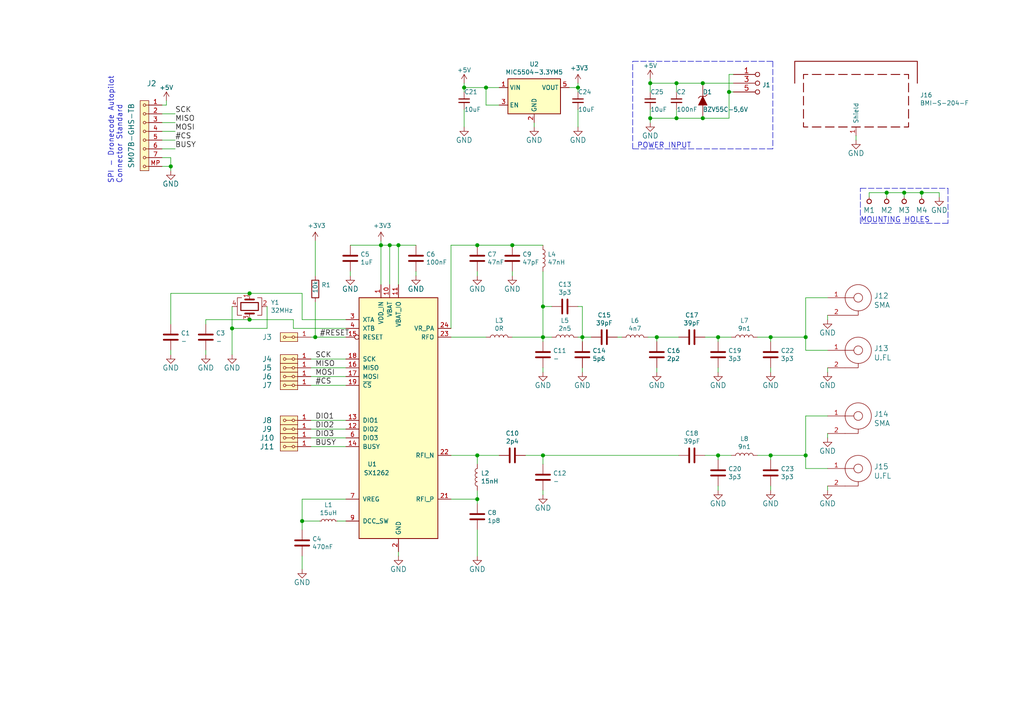
<source format=kicad_sch>
(kicad_sch (version 20211123) (generator eeschema)
  (paper "A4")
  (title_block (title "ISM02A") (date "2023-02-03") (company "MLAB www.mlab.cz") (comment 2 "ISM RF module with LoRa network capability") (comment 3 "info@mlab.cz") (comment 4 "GPL 3.0") (comment 6 "jacho,cernohorsky"))
  (lib_symbols
    (symbol "ISM02A-rescue:C-Device-ISM02A-rescue" (pin_numbers hide) (pin_names (offset 0.254))
      (property "Reference" "C" (at 0.635 2.54 0))
      (property "Value" "C-Device-ISM02A-rescue" (at 0.635 -2.54 0))
      (symbol "C-Device-ISM02A-rescue_1_1"
        (pin passive line (at 0 3.81 270) (length 2.794) (name "~") (number "1"))
        (pin passive line (at 0 -3.81 90) (length 2.794) (name "~") (number "2"))
      )
    )
    (symbol "ISM02A-rescue:C_Small-Device-ISM02A-rescue" (pin_numbers hide) (pin_names (offset 0.254) hide)
      (property "Reference" "C" (at 0.254 1.778 0))
      (property "Value" "C_Small-Device-ISM02A-rescue" (at 0.254 -2.032 0))
      (symbol "C_Small-Device-ISM02A-rescue_1_1"
        (pin passive line (at 0 2.54 270) (length 2.032) (name "~") (number "1"))
        (pin passive line (at 0 -2.54 90) (length 2.032) (name "~") (number "2"))
      )
    )
    (symbol "ISM02A-rescue:Crystal_GND24-Device-ISM02A-rescue" (pin_names (offset 1.016) hide)
      (property "Reference" "Y" (at 3.175 5.08 0))
      (property "Value" "Crystal_GND24-Device-ISM02A-rescue" (at 3.175 3.175 0))
      (symbol "Crystal_GND24-Device-ISM02A-rescue_1_1"
        (pin passive line (at -3.81 0 0) (length 1.27) (name "1") (number "1"))
        (pin passive line (at 0 5.08 270) (length 1.27) (name "2") (number "2"))
        (pin passive line (at 3.81 0 180) (length 1.27) (name "3") (number "3"))
        (pin passive line (at 0 -5.08 90) (length 1.27) (name "4") (number "4"))
      )
    )
    (symbol "ISM02A-rescue:D_ZENER-MLAB_D" (pin_numbers hide) (pin_names (offset 1.016) hide)
      (property "Reference" "D" (at 0 2.54 0))
      (property "Value" "D_ZENER-MLAB_D" (at 0 -2.54 0))
      (symbol "D_ZENER-MLAB_D_1_1"
        (pin passive line (at -5.08 0 0) (length 3.81) (name "K") (number "1"))
        (pin passive line (at 5.08 0 180) (length 3.81) (name "A") (number "2"))
      )
    )
    (symbol "ISM02A-rescue:HEADER_2x01_PARALLEL-MLAB_HEADER" (pin_names (offset 1.016))
      (property "Reference" "J" (at 0 -2.54 0))
      (property "Value" "HEADER_2x01_PARALLEL-MLAB_HEADER" (at 0 2.54 0))
      (symbol "HEADER_2x01_PARALLEL-MLAB_HEADER_1_1"
        (pin input line (at -6.35 0 0) (length 3.81) (name "~") (number "1"))
        (pin input line (at -6.35 0 0) (length 3.81) hide (name "~") (number "2"))
      )
    )
    (symbol "ISM02A-rescue:HOLE-MLAB_MECHANICAL" (pin_numbers hide) (pin_names (offset 1.016) hide)
      (property "Reference" "M" (at 0 2.54 0))
      (property "Value" "HOLE-MLAB_MECHANICAL" (at 0 -2.54 0))
      (symbol "HOLE-MLAB_MECHANICAL_1_1"
        (pin input line (at 1.27 0 180) (length 0.635) (name "~") (number "1"))
      )
    )
    (symbol "ISM02A-rescue:JUMP_3X2-MLAB_Jumpers" (pin_names (offset 1.016) hide)
      (property "Reference" "J" (at -8.89 5.08 0))
      (symbol "JUMP_3X2-MLAB_Jumpers_1_1"
        (pin passive inverted (at -10.16 3.81 0) (length 7.62) (name "2") (number "1"))
        (pin passive inverted (at -10.16 3.81 0) (length 7.62) hide (name "2") (number "2"))
        (pin passive inverted (at -10.16 1.27 0) (length 7.62) (name "4") (number "3"))
        (pin passive inverted (at -10.16 1.27 0) (length 7.62) hide (name "4") (number "4"))
        (pin passive inverted (at -10.16 -1.27 0) (length 7.62) (name "6") (number "5"))
        (pin passive inverted (at -10.16 -1.27 0) (length 7.62) hide (name "6") (number "6"))
      )
    )
    (symbol "ISM02A-rescue:L-Device-ISM02A-rescue" (pin_numbers hide) (pin_names (offset 1.016) hide)
      (property "Reference" "L" (at -1.27 0 90))
      (property "Value" "L-Device-ISM02A-rescue" (at 1.905 0 90))
      (symbol "L-Device-ISM02A-rescue_1_1"
        (pin passive line (at 0 3.81 270) (length 1.27) (name "1") (number "1"))
        (pin passive line (at 0 -3.81 90) (length 1.27) (name "2") (number "2"))
      )
    )
    (symbol "ISM02A-rescue:L_Small-Device-ISM02A-rescue" (pin_numbers hide) (pin_names (offset 0.254) hide)
      (property "Reference" "L" (at 0.762 1.016 0))
      (property "Value" "L_Small-Device-ISM02A-rescue" (at 0.762 -1.016 0))
      (symbol "L_Small-Device-ISM02A-rescue_1_1"
        (pin passive line (at 0 2.54 270) (length 0.508) (name "~") (number "1"))
        (pin passive line (at 0 -2.54 90) (length 0.508) (name "~") (number "2"))
      )
    )
    (symbol "ISM02A-rescue:MIC5504-3.3YM5-Regulator_Linear-ISM02A-rescue"
      (property "Reference" "U" (at -7.62 8.89 0))
      (property "Value" "MIC5504-3.3YM5-Regulator_Linear-ISM02A-rescue" (at -7.62 6.35 0))
      (symbol "MIC5504-3.3YM5-Regulator_Linear-ISM02A-rescue_1_1"
        (pin power_in line (at -10.16 2.54 0) (length 2.54) (name "VIN") (number "1"))
        (pin power_in line (at 0 -7.62 90) (length 2.54) (name "GND") (number "2"))
        (pin input line (at -10.16 -2.54 0) (length 2.54) (name "EN") (number "3"))
        (pin no_connect line (at 7.62 -2.54 180) (length 2.54) hide (name "NC") (number "4"))
        (pin power_out line (at 10.16 2.54 180) (length 2.54) (name "VOUT") (number "5"))
      )
    )
    (symbol "ISM02A-rescue:R-Device-ISM02A-rescue" (pin_numbers hide) (pin_names (offset 0))
      (property "Reference" "R" (at 2.032 0 90))
      (property "Value" "R-Device-ISM02A-rescue" (at 0 0 90))
      (symbol "R-Device-ISM02A-rescue_1_1"
        (pin passive line (at 0 3.81 270) (length 1.27) (name "~") (number "1"))
        (pin passive line (at 0 -3.81 90) (length 1.27) (name "~") (number "2"))
      )
    )
    (symbol "ISM02A-rescue:RF_Shield_Two_Pieces-device" (pin_names (offset 1.016))
      (property "Reference" "J" (at 0 5.08 0))
      (property "Value" "RF_Shield_Two_Pieces-device" (at 0 2.54 0))
      (symbol "RF_Shield_Two_Pieces-device_1_1"
        (pin passive line (at 0 -10.16 90) (length 2.54) (name "Shield") (number "1"))
      )
    )
    (symbol "ISM02A-rescue:SM07B-GHS-TB-MLAB_CONNECTORS_JST-ISM02A-rescue" (pin_names (offset 1.016))
      (property "Reference" "J" (at 0 -11.43 0))
      (property "Value" "SM07B-GHS-TB-MLAB_CONNECTORS_JST-ISM02A-rescue" (at 0 11.43 0))
      (symbol "SM07B-GHS-TB-MLAB_CONNECTORS_JST-ISM02A-rescue_1_1"
        (pin input line (at -5.08 8.89 0) (length 3.81) (name "~") (number "1"))
        (pin input line (at -5.08 6.35 0) (length 3.81) (name "~") (number "2"))
        (pin input line (at -5.08 3.81 0) (length 3.81) (name "~") (number "3"))
        (pin input line (at -5.08 1.27 0) (length 3.81) (name "~") (number "4"))
        (pin input line (at -5.08 -1.27 0) (length 3.81) (name "~") (number "5"))
        (pin input line (at -5.08 -3.81 0) (length 3.81) (name "~") (number "6"))
        (pin input line (at -5.08 -6.35 0) (length 3.81) (name "~") (number "7"))
        (pin input line (at -5.08 -8.89 0) (length 3.81) (name "~") (number "MP"))
      )
    )
    (symbol "ISM02A-rescue:SMA-MLAB_CONNECTORS" (pin_names (offset 1.016))
      (property "Reference" "J" (at 0 5.08 0))
      (property "Value" "SMA-MLAB_CONNECTORS" (at 3.81 -5.08 0))
      (symbol "SMA-MLAB_CONNECTORS_1_1"
        (pin unspecified line (at -8.89 0 0) (length 5.08) (name "~") (number "1"))
        (pin unspecified line (at -8.89 -5.08 0) (length 5.08) (name "~") (number "2"))
      )
    )
    (symbol "ISM02A-rescue:SX1262-MLAB_IO-ISM02A-rescue" (pin_names (offset 1.016))
      (property "Reference" "U" (at -15.24 25.4 0))
      (property "Value" "SX1262-MLAB_IO-ISM02A-rescue" (at -15.24 22.86 0))
      (symbol "SX1262-MLAB_IO-ISM02A-rescue_1_1"
        (pin power_in line (at -5.08 25.4 270) (length 3.81) (name "VDD_IN") (number "1"))
        (pin power_in line (at -2.54 25.4 270) (length 3.81) (name "VBAT") (number "10"))
        (pin power_in line (at 0 25.4 270) (length 3.81) (name "VBAT_IO") (number "11"))
        (pin bidirectional line (at -15.24 -16.51 0) (length 3.81) (name "DIO2") (number "12"))
        (pin bidirectional line (at -15.24 -13.97 0) (length 3.81) (name "DIO1") (number "13"))
        (pin passive line (at -15.24 -21.59 0) (length 3.81) (name "BUSY") (number "14"))
        (pin input inverted (at -15.24 10.16 0) (length 3.81) (name "RESET") (number "15"))
        (pin output line (at -15.24 1.27 0) (length 3.81) (name "MISO") (number "16"))
        (pin input line (at -15.24 -1.27 0) (length 3.81) (name "MOSI") (number "17"))
        (pin input line (at -15.24 3.81 0) (length 3.81) (name "SCK") (number "18"))
        (pin input line (at -15.24 -3.81 0) (length 3.81) (name "~{CS}") (number "19"))
        (pin power_in line (at 0 -52.07 90) (length 3.81) (name "GND") (number "2"))
        (pin passive line (at 0 -52.07 90) (length 3.81) hide (name "GND") (number "20"))
        (pin input line (at 15.24 -36.83 180) (length 3.81) (name "RFI_P") (number "21"))
        (pin input line (at 15.24 -24.13 180) (length 3.81) (name "RFI_N") (number "22"))
        (pin output line (at 15.24 10.16 180) (length 3.81) (name "RFO") (number "23"))
        (pin unspecified line (at 15.24 12.7 180) (length 3.81) (name "VR_PA") (number "24"))
        (pin power_in line (at 0 -52.07 90) (length 3.81) hide (name "GND") (number "25"))
        (pin bidirectional line (at -15.24 15.24 0) (length 3.81) (name "XTA") (number "3"))
        (pin bidirectional line (at -15.24 12.7 0) (length 3.81) (name "XTB") (number "4"))
        (pin passive line (at 0 -52.07 90) (length 3.81) hide (name "GND") (number "5"))
        (pin bidirectional line (at -15.24 -19.05 0) (length 3.81) (name "DIO3") (number "6"))
        (pin passive line (at -15.24 -36.83 0) (length 3.81) (name "VREG") (number "7"))
        (pin passive line (at 0 -52.07 90) (length 3.81) hide (name "GND") (number "8"))
        (pin passive line (at -15.24 -43.18 0) (length 3.81) (name "DCC_SW") (number "9"))
      )
    )
    (symbol "power:+3.3V" (power) (pin_names (offset 0))
      (property "Value" "+3.3V" (at 0 3.556 0))
      (symbol "+3.3V_1_1"
        (pin power_in line (at 0 0 90) (length 0) hide (name "+3V3") (number "1"))
      )
    )
    (symbol "power:+5V" (power) (pin_names (offset 0))
      (property "Value" "+5V" (at 0 3.556 0))
      (symbol "+5V_1_1"
        (pin power_in line (at 0 0 90) (length 0) hide (name "+5V") (number "1"))
      )
    )
    (symbol "power:GND" (power) (pin_names (offset 0))
      (property "Value" "GND" (at 0 -3.81 0))
      (symbol "GND_1_1"
        (pin power_in line (at 0 0 270) (length 0) hide (name "GND") (number "1"))
      )
    )
  )
  (junction (at 49.53 48.26) (diameter 1.016))
  (junction (at 138.43 71.12) (diameter 1.016))
  (junction (at 110.49 71.12) (diameter 1.016))
  (junction (at 203.835 34.29) (diameter 1.016))
  (junction (at 223.52 97.79) (diameter 1.016))
  (junction (at 188.595 34.29) (diameter 1.016))
  (junction (at 167.64 25.4) (diameter 1.016))
  (junction (at 148.59 71.12) (diameter 1.016))
  (junction (at 190.5 97.79) (diameter 1.016))
  (junction (at 67.31 95.25) (diameter 1.016))
  (junction (at 72.39 85.09) (diameter 1.016))
  (junction (at 115.57 71.12) (diameter 1.016))
  (junction (at 233.68 97.79) (diameter 1.016))
  (junction (at 134.62 25.4) (diameter 1.016))
  (junction (at 140.97 25.4) (diameter 1.016))
  (junction (at 196.215 34.29) (diameter 1.016))
  (junction (at 196.215 24.13) (diameter 1.016))
  (junction (at 233.68 132.08) (diameter 1.016))
  (junction (at 157.48 88.9) (diameter 1.016))
  (junction (at 223.52 132.08) (diameter 1.016))
  (junction (at 211.455 26.67) (diameter 1.016))
  (junction (at 72.39 92.71) (diameter 1.016))
  (junction (at 267.335 55.88) (diameter 1.016))
  (junction (at 113.03 71.12) (diameter 1.016))
  (junction (at 203.835 24.13) (diameter 1.016))
  (junction (at 208.28 132.08) (diameter 1.016))
  (junction (at 87.63 151.13) (diameter 1.016))
  (junction (at 257.175 55.88) (diameter 1.016))
  (junction (at 138.43 144.78) (diameter 1.016))
  (junction (at 157.48 97.79) (diameter 1.016))
  (junction (at 157.48 132.08) (diameter 1.016))
  (junction (at 188.595 24.13) (diameter 1.016))
  (junction (at 168.91 97.79) (diameter 1.016))
  (junction (at 138.43 132.08) (diameter 1.016))
  (junction (at 262.255 55.88) (diameter 1.016))
  (junction (at 208.28 97.79) (diameter 1.016))
  (junction (at 91.44 97.79) (diameter 1.016))
  (wire (pts (xy 157.48 88.9) (xy 160.02 88.9)))
  (wire (pts (xy 223.52 132.08) (xy 233.68 132.08)))
  (wire (pts (xy 203.835 24.13) (xy 212.725 24.13)))
  (wire (pts (xy 208.28 132.08) (xy 212.09 132.08)))
  (wire (pts (xy 233.68 97.79) (xy 233.68 101.6)))
  (wire (pts (xy 113.03 71.12) (xy 113.03 82.55)))
  (wire (pts (xy 167.64 26.67) (xy 167.64 25.4)))
  (wire (pts (xy 233.68 135.89) (xy 240.03 135.89)))
  (wire (pts (xy 110.49 71.12) (xy 113.03 71.12)))
  (polyline (pts (xy 249.555 54.61) (xy 274.955 54.61)) (stroke (width 0) (type dash)))
  (wire (pts (xy 46.99 48.26) (xy 49.53 48.26)))
  (wire (pts (xy 101.6 71.12) (xy 110.49 71.12)))
  (wire (pts (xy 87.63 92.71) (xy 87.63 85.09)))
  (wire (pts (xy 46.99 40.64) (xy 50.8 40.64)))
  (wire (pts (xy 257.175 55.88) (xy 252.095 55.88)))
  (wire (pts (xy 157.48 97.79) (xy 148.59 97.79)))
  (wire (pts (xy 223.52 132.08) (xy 223.52 133.35)))
  (wire (pts (xy 233.68 86.36) (xy 240.03 86.36)))
  (wire (pts (xy 157.48 97.79) (xy 160.02 97.79)))
  (wire (pts (xy 212.725 26.67) (xy 211.455 26.67)))
  (wire (pts (xy 90.17 106.68) (xy 100.33 106.68)))
  (wire (pts (xy 90.17 104.14) (xy 100.33 104.14)))
  (wire (pts (xy 208.28 97.79) (xy 212.09 97.79)))
  (wire (pts (xy 59.69 92.71) (xy 59.69 93.98)))
  (wire (pts (xy 196.215 34.29) (xy 203.835 34.29)))
  (wire (pts (xy 67.31 95.25) (xy 67.31 102.87)))
  (wire (pts (xy 262.255 55.88) (xy 257.175 55.88)))
  (wire (pts (xy 140.97 25.4) (xy 144.78 25.4)))
  (wire (pts (xy 157.48 132.08) (xy 157.48 134.62)))
  (wire (pts (xy 196.215 24.13) (xy 188.595 24.13)))
  (wire (pts (xy 262.255 57.15) (xy 262.255 55.88)))
  (wire (pts (xy 100.33 151.13) (xy 97.79 151.13)))
  (wire (pts (xy 208.28 99.06) (xy 208.28 97.79)))
  (wire (pts (xy 92.71 151.13) (xy 87.63 151.13)))
  (wire (pts (xy 87.63 144.78) (xy 87.63 151.13)))
  (wire (pts (xy 272.415 55.88) (xy 267.335 55.88)))
  (wire (pts (xy 204.47 132.08) (xy 208.28 132.08)))
  (wire (pts (xy 87.63 161.29) (xy 87.63 165.1)))
  (wire (pts (xy 138.43 78.74) (xy 138.43 80.01)))
  (wire (pts (xy 90.17 129.54) (xy 100.33 129.54)))
  (wire (pts (xy 49.53 48.26) (xy 49.53 49.53)))
  (wire (pts (xy 157.48 78.74) (xy 157.48 88.9)))
  (wire (pts (xy 46.99 45.72) (xy 49.53 45.72)))
  (wire (pts (xy 138.43 132.08) (xy 144.78 132.08)))
  (wire (pts (xy 90.17 97.79) (xy 91.44 97.79)))
  (wire (pts (xy 157.48 88.9) (xy 157.48 97.79)))
  (polyline (pts (xy 274.955 54.61) (xy 274.955 64.77)) (stroke (width 0) (type dash)))
  (wire (pts (xy 134.62 31.75) (xy 134.62 36.83)))
  (wire (pts (xy 203.835 34.29) (xy 211.455 34.29)))
  (wire (pts (xy 157.48 106.68) (xy 157.48 107.95)))
  (wire (pts (xy 67.31 88.9) (xy 67.31 95.25)))
  (wire (pts (xy 179.07 97.79) (xy 180.34 97.79)))
  (wire (pts (xy 130.81 144.78) (xy 138.43 144.78)))
  (wire (pts (xy 100.33 144.78) (xy 87.63 144.78)))
  (wire (pts (xy 240.03 140.97) (xy 240.03 142.24)))
  (wire (pts (xy 140.97 30.48) (xy 140.97 25.4)))
  (wire (pts (xy 154.94 35.56) (xy 154.94 36.83)))
  (wire (pts (xy 167.64 31.75) (xy 167.64 36.83)))
  (wire (pts (xy 157.48 132.08) (xy 196.85 132.08)))
  (wire (pts (xy 168.91 106.68) (xy 168.91 107.95)))
  (wire (pts (xy 77.47 95.25) (xy 67.31 95.25)))
  (wire (pts (xy 85.09 95.25) (xy 100.33 95.25)))
  (wire (pts (xy 203.835 24.13) (xy 196.215 24.13)))
  (wire (pts (xy 165.1 25.4) (xy 167.64 25.4)))
  (wire (pts (xy 252.095 55.88) (xy 252.095 57.15)))
  (wire (pts (xy 90.17 124.46) (xy 100.33 124.46)))
  (wire (pts (xy 240.03 125.73) (xy 240.03 127)))
  (wire (pts (xy 167.64 25.4) (xy 167.64 24.13)))
  (wire (pts (xy 219.71 97.79) (xy 223.52 97.79)))
  (wire (pts (xy 115.57 160.02) (xy 115.57 161.29)))
  (wire (pts (xy 46.99 35.56) (xy 50.8 35.56)))
  (polyline (pts (xy 224.155 17.78) (xy 224.155 43.18)) (stroke (width 0) (type dash)))
  (wire (pts (xy 138.43 144.78) (xy 138.43 142.24)))
  (wire (pts (xy 49.53 85.09) (xy 49.53 93.98)))
  (wire (pts (xy 46.99 43.18) (xy 50.8 43.18)))
  (wire (pts (xy 49.53 45.72) (xy 49.53 48.26)))
  (wire (pts (xy 148.59 78.74) (xy 148.59 80.01)))
  (wire (pts (xy 233.68 120.65) (xy 240.03 120.65)))
  (wire (pts (xy 211.455 26.67) (xy 211.455 34.29)))
  (wire (pts (xy 59.69 101.6) (xy 59.69 102.87)))
  (wire (pts (xy 233.68 101.6) (xy 240.03 101.6)))
  (wire (pts (xy 138.43 71.12) (xy 148.59 71.12)))
  (wire (pts (xy 188.595 24.13) (xy 188.595 26.67)))
  (polyline (pts (xy 249.555 64.77) (xy 249.555 54.61)) (stroke (width 0) (type dash)))
  (wire (pts (xy 134.62 25.4) (xy 134.62 26.67)))
  (wire (pts (xy 148.59 71.12) (xy 157.48 71.12)))
  (wire (pts (xy 138.43 134.62) (xy 138.43 132.08)))
  (wire (pts (xy 140.97 25.4) (xy 134.62 25.4)))
  (wire (pts (xy 115.57 71.12) (xy 115.57 82.55)))
  (wire (pts (xy 240.03 106.68) (xy 240.03 107.95)))
  (wire (pts (xy 72.39 85.09) (xy 87.63 85.09)))
  (wire (pts (xy 48.26 30.48) (xy 48.26 29.21)))
  (wire (pts (xy 168.91 97.79) (xy 168.91 99.06)))
  (wire (pts (xy 187.96 97.79) (xy 190.5 97.79)))
  (wire (pts (xy 208.28 106.68) (xy 208.28 107.95)))
  (wire (pts (xy 208.28 140.97) (xy 208.28 142.24)))
  (wire (pts (xy 190.5 106.68) (xy 190.5 107.95)))
  (wire (pts (xy 46.99 33.02) (xy 50.8 33.02)))
  (wire (pts (xy 46.99 38.1) (xy 50.8 38.1)))
  (wire (pts (xy 204.47 97.79) (xy 208.28 97.79)))
  (wire (pts (xy 157.48 142.24) (xy 157.48 143.51)))
  (wire (pts (xy 190.5 99.06) (xy 190.5 97.79)))
  (wire (pts (xy 138.43 153.67) (xy 138.43 161.29)))
  (wire (pts (xy 77.47 88.9) (xy 77.47 95.25)))
  (wire (pts (xy 110.49 69.85) (xy 110.49 71.12)))
  (wire (pts (xy 188.595 31.75) (xy 188.595 34.29)))
  (wire (pts (xy 248.285 39.37) (xy 248.285 40.64)))
  (wire (pts (xy 90.17 111.76) (xy 100.33 111.76)))
  (wire (pts (xy 91.44 87.63) (xy 91.44 97.79)))
  (wire (pts (xy 120.65 78.74) (xy 120.65 80.01)))
  (wire (pts (xy 130.81 132.08) (xy 138.43 132.08)))
  (wire (pts (xy 138.43 144.78) (xy 138.43 146.05)))
  (wire (pts (xy 91.44 97.79) (xy 100.33 97.79)))
  (wire (pts (xy 223.52 97.79) (xy 233.68 97.79)))
  (wire (pts (xy 223.52 106.68) (xy 223.52 107.95)))
  (polyline (pts (xy 183.515 17.78) (xy 224.155 17.78)) (stroke (width 0) (type dash)))
  (wire (pts (xy 130.81 95.25) (xy 130.81 71.12)))
  (wire (pts (xy 223.52 140.97) (xy 223.52 142.24)))
  (wire (pts (xy 152.4 132.08) (xy 157.48 132.08)))
  (wire (pts (xy 233.68 132.08) (xy 233.68 120.65)))
  (wire (pts (xy 233.68 97.79) (xy 233.68 86.36)))
  (wire (pts (xy 188.595 22.86) (xy 188.595 24.13)))
  (wire (pts (xy 115.57 71.12) (xy 120.65 71.12)))
  (wire (pts (xy 49.53 85.09) (xy 72.39 85.09)))
  (wire (pts (xy 272.415 57.15) (xy 272.415 55.88)))
  (wire (pts (xy 223.52 97.79) (xy 223.52 99.06)))
  (wire (pts (xy 113.03 71.12) (xy 115.57 71.12)))
  (wire (pts (xy 211.455 21.59) (xy 211.455 26.67)))
  (polyline (pts (xy 183.515 43.18) (xy 183.515 17.78)) (stroke (width 0) (type dash)))
  (wire (pts (xy 90.17 109.22) (xy 100.33 109.22)))
  (wire (pts (xy 188.595 34.29) (xy 188.595 35.56)))
  (wire (pts (xy 46.99 30.48) (xy 48.26 30.48)))
  (wire (pts (xy 100.33 92.71) (xy 87.63 92.71)))
  (wire (pts (xy 167.64 88.9) (xy 168.91 88.9)))
  (wire (pts (xy 59.69 92.71) (xy 72.39 92.71)))
  (wire (pts (xy 267.335 57.15) (xy 267.335 55.88)))
  (wire (pts (xy 190.5 97.79) (xy 196.85 97.79)))
  (wire (pts (xy 134.62 24.13) (xy 134.62 25.4)))
  (wire (pts (xy 85.09 92.71) (xy 85.09 95.25)))
  (wire (pts (xy 208.28 133.35) (xy 208.28 132.08)))
  (wire (pts (xy 49.53 101.6) (xy 49.53 102.87)))
  (wire (pts (xy 87.63 151.13) (xy 87.63 153.67)))
  (wire (pts (xy 196.215 34.29) (xy 188.595 34.29)))
  (wire (pts (xy 196.215 31.75) (xy 196.215 34.29)))
  (wire (pts (xy 90.17 127) (xy 100.33 127)))
  (wire (pts (xy 233.68 132.08) (xy 233.68 135.89)))
  (wire (pts (xy 168.91 88.9) (xy 168.91 97.79)))
  (wire (pts (xy 110.49 71.12) (xy 110.49 82.55)))
  (wire (pts (xy 168.91 97.79) (xy 171.45 97.79)))
  (wire (pts (xy 72.39 92.71) (xy 85.09 92.71)))
  (wire (pts (xy 144.78 30.48) (xy 140.97 30.48)))
  (polyline (pts (xy 274.955 64.77) (xy 249.555 64.77)) (stroke (width 0) (type dash)))
  (wire (pts (xy 90.17 121.92) (xy 100.33 121.92)))
  (wire (pts (xy 91.44 69.85) (xy 91.44 80.01)))
  (wire (pts (xy 267.335 55.88) (xy 262.255 55.88)))
  (wire (pts (xy 240.03 91.44) (xy 240.03 92.71)))
  (wire (pts (xy 130.81 97.79) (xy 140.97 97.79)))
  (wire (pts (xy 196.215 24.13) (xy 196.215 26.67)))
  (wire (pts (xy 257.175 57.15) (xy 257.175 55.88)))
  (wire (pts (xy 212.725 21.59) (xy 211.455 21.59)))
  (wire (pts (xy 130.81 71.12) (xy 138.43 71.12)))
  (wire (pts (xy 219.71 132.08) (xy 223.52 132.08)))
  (wire (pts (xy 157.48 97.79) (xy 157.48 99.06)))
  (wire (pts (xy 101.6 78.74) (xy 101.6 80.01)))
  (wire (pts (xy 167.64 97.79) (xy 168.91 97.79)))
  (polyline (pts (xy 224.155 43.18) (xy 183.515 43.18)) (stroke (width 0) (type dash)))
  (text "MOUNTING HOLES" (at 249.555 64.77 0) (effects (font (size 1.524 1.524)) (justify left bottom)))
  (text "SPI - Dronecode Autopilot\nConnector Standard" (at 35.56 53.34 90) (effects (font (size 1.524 1.524)) (justify left bottom)))
  (text "POWER INPUT" (at 184.785 43.18 0) (effects (font (size 1.524 1.524)) (justify left bottom)))
  (label "DIO1" (at 91.44 121.92 0) (effects (font (size 1.524 1.524))))
  (label "MOSI" (at 91.44 109.22 0) (effects (font (size 1.524 1.524))))
  (label "#RESET" (at 92.71 97.79 0) (effects (font (size 1.524 1.524))))
  (label "BUSY" (at 50.8 43.18 0) (effects (font (size 1.524 1.524))))
  (label "SCK" (at 50.8 33.02 0) (effects (font (size 1.524 1.524))))
  (label "#CS" (at 50.8 40.64 0) (effects (font (size 1.524 1.524))))
  (label "#CS" (at 91.44 111.76 0) (effects (font (size 1.524 1.524))))
  (label "MISO" (at 50.8 35.56 0) (effects (font (size 1.524 1.524))))
  (label "MISO" (at 91.44 106.68 0) (effects (font (size 1.524 1.524))))
  (label "SCK" (at 91.44 104.14 0) (effects (font (size 1.524 1.524))))
  (label "DIO3" (at 91.44 127 0) (effects (font (size 1.524 1.524))))
  (label "DIO2" (at 91.44 124.46 0) (effects (font (size 1.524 1.524))))
  (label "BUSY" (at 91.44 129.54 0) (effects (font (size 1.524 1.524))))
  (label "MOSI" (at 50.8 38.1 0) (effects (font (size 1.524 1.524))))
  (symbol (lib_id "power:GND") (at 188.595 35.56 0) (unit 1)
    (property "Reference" "#PWR02" (effects hide))
    (property "Value" "GND" (at 188.595 39.37 0) (effects (font (size 1.524 1.524))))
  )
  (symbol (lib_id "ISM02A-rescue:HOLE-MLAB_MECHANICAL") (at 252.095 58.42 90) (unit 1)
    (property "Reference" "M1" (at 252.095 60.96 90) (effects (font (size 1.524 1.524))))
    (property "Value" "HOLE" (effects hide))
    (property "Footprint" "Mlab_Mechanical:MountingHole_3mm" (effects hide))
  )
  (symbol (lib_id "ISM02A-rescue:HOLE-MLAB_MECHANICAL") (at 257.175 58.42 90) (unit 1)
    (property "Reference" "M2" (at 257.175 60.96 90) (effects (font (size 1.524 1.524))))
    (property "Value" "HOLE" (effects hide))
    (property "Footprint" "Mlab_Mechanical:MountingHole_3mm" (effects hide))
  )
  (symbol (lib_id "ISM02A-rescue:HOLE-MLAB_MECHANICAL") (at 262.255 58.42 90) (unit 1)
    (property "Reference" "M3" (at 262.255 60.96 90) (effects (font (size 1.524 1.524))))
    (property "Value" "HOLE" (effects hide))
    (property "Footprint" "Mlab_Mechanical:MountingHole_3mm" (effects hide))
  )
  (symbol (lib_id "ISM02A-rescue:HOLE-MLAB_MECHANICAL") (at 267.335 58.42 90) (unit 1)
    (property "Reference" "M4" (at 267.335 60.96 90) (effects (font (size 1.524 1.524))))
    (property "Value" "HOLE" (effects hide))
    (property "Footprint" "Mlab_Mechanical:MountingHole_3mm" (effects hide))
  )
  (symbol (lib_id "power:GND") (at 272.415 57.15 0) (unit 1)
    (property "Reference" "#PWR03" (effects hide))
    (property "Value" "GND" (at 272.415 60.96 0) (effects (font (size 1.524 1.524))))
  )
  (symbol (lib_id "ISM02A-rescue:C_Small-Device-ISM02A-rescue") (at 196.215 29.21 0) (unit 1)
    (property "Reference" "C2" (at 196.215 26.67 0) (effects (justify left)))
    (property "Value" "100nF" (at 196.215 31.75 0) (effects (justify left)))
    (property "Footprint" "Capacitor_SMD:C_0603_1608Metric_Pad1.05x0.95mm_HandSolder" (effects hide))
    (property "UST_id" "C0805_100n" (effects hide))
    (property "UST_ID" "5c70984812875079b91f8bf2" (effects hide))
  )
  (symbol (lib_id "ISM02A-rescue:JUMP_3X2-MLAB_Jumpers") (at 222.885 25.4 0) (unit 1)
    (property "Reference" "J1" (at 221.0816 24.638 0) (effects (justify left)))
    (property "Value" "JUMP_3X2" (effects hide))
    (property "Footprint" "Mlab_Pin_Headers:Straight_2x03" (effects hide))
  )
  (symbol (lib_id "ISM02A-rescue:D_ZENER-MLAB_D") (at 203.835 29.21 270) (unit 1)
    (property "Reference" "D1" (at 203.835 26.67 90) (effects (justify left)))
    (property "Value" "BZV55C-5,6V" (at 203.835 31.75 90) (effects (justify left)))
    (property "Footprint" "Mlab_D:Diode-MiniMELF_Standard" (effects hide))
    (property "UST_ID" "5c70984512875079b91f88b2" (effects hide))
  )
  (symbol (lib_id "ISM02A-rescue:SX1262-MLAB_IO-ISM02A-rescue") (at 115.57 107.95 0) (unit 1)
    (property "Reference" "U1" (at 107.95 134.62 0))
    (property "Value" "SX1262" (at 109.22 137.16 0))
    (property "Footprint" "Package_DFN_QFN:QFN-24-1EP_4x4mm_P0.5mm_EP2.6x2.6mm_ThermalVias" (effects hide))
    (property "UST_ID" "5dad5866128750448eca19a4" (effects hide))
  )
  (symbol (lib_id "ISM02A-rescue:SMA-MLAB_CONNECTORS") (at 248.92 86.36 0) (unit 1)
    (property "Reference" "J12" (at 253.4412 85.8012 0) (effects (font (size 1.524 1.524)) (justify left)))
    (property "Value" "SMA" (at 253.4412 88.4936 0) (effects (font (size 1.524 1.524)) (justify left)))
    (property "Footprint" "Mlab_CON:SMA6251A13G50" (effects hide))
    (property "UST_ID" "5c70984412875079b91f87ac" (effects hide))
  )
  (symbol (lib_id "power:+5V") (at 188.595 22.86 0) (unit 1)
    (property "Reference" "#PWR0101" (effects hide))
    (property "Value" "+5V" (at 188.595 19.05 0))
  )
  (symbol (lib_id "ISM02A-rescue:C_Small-Device-ISM02A-rescue") (at 188.595 29.21 0) (unit 1)
    (property "Reference" "C25" (at 188.595 26.67 0) (effects (justify left)))
    (property "Value" "10uF" (at 188.595 31.75 0) (effects (justify left)))
    (property "Footprint" "Mlab_R:SMD-0805" (effects hide))
    (property "UST_ID" "5c70984812875079b91f8bbe" (effects hide))
  )
  (symbol (lib_id "ISM02A-rescue:MIC5504-3.3YM5-Regulator_Linear-ISM02A-rescue") (at 154.94 27.94 0) (unit 1)
    (property "Reference" "U2" (at 154.94 18.6182 0))
    (property "Value" "MIC5504-3.3YM5" (at 154.94 20.9296 0))
    (property "Footprint" "Package_TO_SOT_SMD:SOT-23-5" (effects hide))
    (property "Datasheet" "http://ww1.microchip.com/downloads/en/DeviceDoc/MIC550X.pdf" (effects hide))
    (property "UST_ID" "5c7255e81287500b4e112ea2" (effects hide))
  )
  (symbol (lib_id "power:+5V") (at 134.62 24.13 0) (unit 1)
    (property "Reference" "#PWR0102" (effects hide))
    (property "Value" "+5V" (at 134.62 20.32 0))
  )
  (symbol (lib_id "ISM02A-rescue:C_Small-Device-ISM02A-rescue") (at 167.64 29.21 0) (unit 1)
    (property "Reference" "C24" (at 167.64 26.67 0) (effects (justify left)))
    (property "Value" "10uF" (at 167.64 31.75 0) (effects (justify left)))
    (property "Footprint" "Mlab_R:SMD-0805" (effects hide))
    (property "UST_ID" "5c70984812875079b91f8bbe" (effects hide))
  )
  (symbol (lib_id "power:GND") (at 154.94 36.83 0) (unit 1)
    (property "Reference" "#PWR0103" (effects hide))
    (property "Value" "GND" (at 154.94 40.64 0) (effects (font (size 1.524 1.524))))
  )
  (symbol (lib_id "power:GND") (at 167.64 36.83 0) (unit 1)
    (property "Reference" "#PWR0104" (effects hide))
    (property "Value" "GND" (at 167.64 40.64 0) (effects (font (size 1.524 1.524))))
  )
  (symbol (lib_id "ISM02A-rescue:R-Device-ISM02A-rescue") (at 91.44 83.82 0) (unit 1)
    (property "Reference" "R1" (at 93.218 82.6516 0) (effects (justify left)))
    (property "Value" "10k" (at 91.44 85.09 90) (effects (justify left)))
    (property "Footprint" "Mlab_R:SMD-0805" (effects hide))
    (property "UST_ID" "5c70984612875079b91f899f" (effects hide))
  )
  (symbol (lib_id "power:+3.3V") (at 167.64 24.13 0) (unit 1)
    (property "Reference" "#PWR0105" (effects hide))
    (property "Value" "+3.3V" (at 168.021 19.7358 0))
  )
  (symbol (lib_id "ISM02A-rescue:C-Device-ISM02A-rescue") (at 101.6 74.93 0) (unit 1)
    (property "Reference" "C5" (at 104.521 73.7616 0) (effects (justify left)))
    (property "Value" "1uF" (at 104.521 76.073 0) (effects (justify left)))
    (property "Footprint" "Capacitor_SMD:C_0603_1608Metric_Pad1.05x0.95mm_HandSolder" (effects hide))
    (property "UST_ID" "5c70984812875079b91f8bc2" (effects hide))
  )
  (symbol (lib_id "power:GND") (at 101.6 80.01 0) (unit 1)
    (property "Reference" "#PWR0106" (effects hide))
    (property "Value" "GND" (at 101.6 83.82 0) (effects (font (size 1.524 1.524))))
  )
  (symbol (lib_id "power:+3.3V") (at 110.49 69.85 0) (unit 1)
    (property "Reference" "#PWR0107" (effects hide))
    (property "Value" "+3.3V" (at 110.871 65.4558 0))
  )
  (symbol (lib_id "power:+3.3V") (at 91.44 69.85 0) (unit 1)
    (property "Reference" "#PWR0113" (effects hide))
    (property "Value" "+3.3V" (at 91.821 65.4558 0))
  )
  (symbol (lib_id "ISM02A-rescue:C-Device-ISM02A-rescue") (at 59.69 97.79 0) (unit 1)
    (property "Reference" "C3" (at 62.611 96.6216 0) (effects (justify left)))
    (property "Value" "-" (at 62.611 98.933 0) (effects (justify left)))
    (property "Footprint" "Capacitor_SMD:C_0603_1608Metric_Pad1.05x0.95mm_HandSolder" (effects hide))
  )
  (symbol (lib_id "ISM02A-rescue:C-Device-ISM02A-rescue") (at 49.53 97.79 0) (unit 1)
    (property "Reference" "C1" (at 52.451 96.6216 0) (effects (justify left)))
    (property "Value" "-" (at 52.451 98.933 0) (effects (justify left)))
    (property "Footprint" "Capacitor_SMD:C_0603_1608Metric_Pad1.05x0.95mm_HandSolder" (effects hide))
  )
  (symbol (lib_id "power:GND") (at 49.53 102.87 0) (unit 1)
    (property "Reference" "#PWR0108" (effects hide))
    (property "Value" "GND" (at 49.53 106.68 0) (effects (font (size 1.524 1.524))))
  )
  (symbol (lib_id "power:GND") (at 59.69 102.87 0) (unit 1)
    (property "Reference" "#PWR0109" (effects hide))
    (property "Value" "GND" (at 59.69 106.68 0) (effects (font (size 1.524 1.524))))
  )
  (symbol (lib_id "ISM02A-rescue:HEADER_2x01_PARALLEL-MLAB_HEADER") (at 83.82 97.79 180) (unit 1)
    (property "Reference" "J3" (at 77.47 97.79 0) (effects (font (size 1.524 1.524))))
    (property "Value" "HEADER_2x01_PARALLEL" (effects hide))
    (property "Footprint" "Mlab_Pin_Headers:Straight_2x01" (effects hide))
  )
  (symbol (lib_id "ISM02A-rescue:C-Device-ISM02A-rescue") (at 138.43 74.93 0) (unit 1)
    (property "Reference" "C7" (at 141.351 73.7616 0) (effects (justify left)))
    (property "Value" "47nF" (at 141.351 76.073 0) (effects (justify left)))
    (property "Footprint" "Capacitor_SMD:C_0603_1608Metric_Pad1.05x0.95mm_HandSolder" (effects hide))
    (property "MFPN" "X7R 1% 16V" (effects hide))
    (property "UST_ID" "5dad51cf128750448eca18d8" (effects hide))
  )
  (symbol (lib_id "ISM02A-rescue:C-Device-ISM02A-rescue") (at 148.59 74.93 0) (unit 1)
    (property "Reference" "C9" (at 151.511 73.7616 0) (effects (justify left)))
    (property "Value" "47pF" (at 151.511 76.073 0) (effects (justify left)))
    (property "Footprint" "Capacitor_SMD:C_0603_1608Metric_Pad1.05x0.95mm_HandSolder" (effects hide))
    (property "MFPN" "C0G 5% 50V" (effects hide))
    (property "UST_ID" "5dad5314128750448eca18f7" (effects hide))
  )
  (symbol (lib_id "ISM02A-rescue:L-Device-ISM02A-rescue") (at 157.48 74.93 0) (unit 1)
    (property "Reference" "L4" (at 158.8262 73.7616 0) (effects (justify left)))
    (property "Value" "47nH" (at 158.8262 76.073 0) (effects (justify left)))
    (property "Footprint" "Inductor_SMD:L_0402_1005Metric" (effects hide))
    (property "MFPN" "LQW15AN47NJ00D" (effects hide))
    (property "UST_ID" "5dad56ba128750448eca1968" (effects hide))
  )
  (symbol (lib_id "ISM02A-rescue:L-Device-ISM02A-rescue") (at 144.78 97.79 90) (unit 1)
    (property "Reference" "L3" (at 144.78 92.964 90))
    (property "Value" "0R" (at 144.78 95.2754 90))
    (property "Footprint" "Inductor_SMD:L_0402_1005Metric" (effects hide))
    (property "UST_ID" "5c70984512875079b91f8949" (effects hide))
  )
  (symbol (lib_id "ISM02A-rescue:C-Device-ISM02A-rescue") (at 163.83 88.9 270) (unit 1)
    (property "Reference" "C13" (at 163.83 82.4992 90))
    (property "Value" "3p3" (at 163.83 84.8106 90))
    (property "Footprint" "Capacitor_SMD:C_0603_1608Metric_Pad1.05x0.95mm_HandSolder" (effects hide))
    (property "MFPN" "C0G 0,1pF 50V" (effects hide))
    (property "UST_ID" "5cd09016128750448e45434f" (effects hide))
  )
  (symbol (lib_id "ISM02A-rescue:L-Device-ISM02A-rescue") (at 163.83 97.79 90) (unit 1)
    (property "Reference" "L5" (at 163.83 92.964 90))
    (property "Value" "2n5" (at 163.83 95.2754 90))
    (property "Footprint" "Inductor_SMD:L_0402_1005Metric" (effects hide))
    (property "MFPN" "LQW15AN2N5C00D" (effects hide))
    (property "UST_ID" "5dad56ff128750448eca1975" (effects hide))
  )
  (symbol (lib_id "ISM02A-rescue:C-Device-ISM02A-rescue") (at 157.48 102.87 0) (unit 1)
    (property "Reference" "C11" (at 160.401 101.7016 0) (effects (justify left)))
    (property "Value" "-" (at 160.401 104.013 0) (effects (justify left)))
    (property "Footprint" "Capacitor_SMD:C_0603_1608Metric_Pad1.05x0.95mm_HandSolder" (effects hide))
  )
  (symbol (lib_id "ISM02A-rescue:C-Device-ISM02A-rescue") (at 168.91 102.87 0) (unit 1)
    (property "Reference" "C14" (at 171.831 101.7016 0) (effects (justify left)))
    (property "Value" "5p6" (at 171.831 104.013 0) (effects (justify left)))
    (property "Footprint" "Capacitor_SMD:C_0603_1608Metric_Pad1.05x0.95mm_HandSolder" (effects hide))
    (property "MFPN" "C0G 0,25pF 50V" (effects hide))
    (property "UST_ID" "5dad5450128750448eca1919" (effects hide))
  )
  (symbol (lib_id "ISM02A-rescue:C-Device-ISM02A-rescue") (at 175.26 97.79 270) (unit 1)
    (property "Reference" "C15" (at 175.26 91.3892 90))
    (property "Value" "39pF" (at 175.26 93.7006 90))
    (property "Footprint" "Capacitor_SMD:C_0603_1608Metric_Pad1.05x0.95mm_HandSolder" (effects hide))
    (property "MFPN" "C0G 5% 50V" (effects hide))
    (property "UST_ID" "5dad549f128750448eca1926" (effects hide))
  )
  (symbol (lib_id "ISM02A-rescue:L-Device-ISM02A-rescue") (at 184.15 97.79 90) (unit 1)
    (property "Reference" "L6" (at 184.15 92.964 90))
    (property "Value" "4n7" (at 184.15 95.2754 90))
    (property "Footprint" "Inductor_SMD:L_0402_1005Metric" (effects hide))
    (property "MFPN" "LQW15AN4N7C00D" (effects hide))
    (property "UST_ID" "5dad574f128750448eca1986" (effects hide))
  )
  (symbol (lib_id "ISM02A-rescue:C-Device-ISM02A-rescue") (at 190.5 102.87 0) (unit 1)
    (property "Reference" "C16" (at 193.421 101.7016 0) (effects (justify left)))
    (property "Value" "2p2" (at 193.421 104.013 0) (effects (justify left)))
    (property "Footprint" "Capacitor_SMD:C_0603_1608Metric_Pad1.05x0.95mm_HandSolder" (effects hide))
    (property "MFPN" "C0G 0,1pF 50V" (effects hide))
    (property "UST_ID" "5c70984812875079b91f8bdd" (effects hide))
  )
  (symbol (lib_id "power:GND") (at 138.43 80.01 0) (unit 1)
    (property "Reference" "#PWR0114" (effects hide))
    (property "Value" "GND" (at 138.43 83.82 0) (effects (font (size 1.524 1.524))))
  )
  (symbol (lib_id "power:GND") (at 148.59 80.01 0) (unit 1)
    (property "Reference" "#PWR0115" (effects hide))
    (property "Value" "GND" (at 148.59 83.82 0) (effects (font (size 1.524 1.524))))
  )
  (symbol (lib_id "ISM02A-rescue:C-Device-ISM02A-rescue") (at 120.65 74.93 0) (unit 1)
    (property "Reference" "C6" (at 123.571 73.7616 0) (effects (justify left)))
    (property "Value" "100nF" (at 123.571 76.073 0) (effects (justify left)))
    (property "Footprint" "Capacitor_SMD:C_0603_1608Metric_Pad1.05x0.95mm_HandSolder" (effects hide))
    (property "UST_ID" "5c70984812875079b91f8bf2" (effects hide))
  )
  (symbol (lib_id "power:GND") (at 120.65 80.01 0) (unit 1)
    (property "Reference" "#PWR0110" (effects hide))
    (property "Value" "GND" (at 120.65 83.82 0) (effects (font (size 1.524 1.524))))
  )
  (symbol (lib_id "ISM02A-rescue:L_Small-Device-ISM02A-rescue") (at 95.25 151.13 90) (unit 1)
    (property "Reference" "L1" (at 95.25 146.431 90))
    (property "Value" "15uH" (at 95.25 148.7424 90))
    (property "Footprint" "Mlab_R:SMD-0805" (effects hide))
    (property "MFPN" "MLZ2012M150W 0805" (effects hide))
    (property "UST_ID" "5dad55e8128750448eca1941" (effects hide))
  )
  (symbol (lib_id "ISM02A-rescue:C-Device-ISM02A-rescue") (at 87.63 157.48 0) (unit 1)
    (property "Reference" "C4" (at 90.551 156.3116 0) (effects (justify left)))
    (property "Value" "470nF" (at 90.551 158.623 0) (effects (justify left)))
    (property "Footprint" "Capacitor_SMD:C_0603_1608Metric_Pad1.05x0.95mm_HandSolder" (effects hide))
    (property "MFPN" "X5R 10% 10V" (effects hide))
    (property "UST_ID" "5dad50c1128750448eca18c6" (effects hide))
  )
  (symbol (lib_id "power:GND") (at 87.63 165.1 0) (unit 1)
    (property "Reference" "#PWR0111" (effects hide))
    (property "Value" "GND" (at 87.63 168.91 0) (effects (font (size 1.524 1.524))))
  )
  (symbol (lib_id "power:GND") (at 115.57 161.29 0) (unit 1)
    (property "Reference" "#PWR0112" (effects hide))
    (property "Value" "GND" (at 115.57 165.1 0) (effects (font (size 1.524 1.524))))
  )
  (symbol (lib_id "ISM02A-rescue:C_Small-Device-ISM02A-rescue") (at 134.62 29.21 0) (unit 1)
    (property "Reference" "C21" (at 134.62 26.67 0) (effects (justify left)))
    (property "Value" "10uF" (at 134.62 31.75 0) (effects (justify left)))
    (property "Footprint" "Mlab_R:SMD-0805" (effects hide))
    (property "UST_ID" "5c70984812875079b91f8bbe" (effects hide))
  )
  (symbol (lib_id "power:GND") (at 134.62 36.83 0) (unit 1)
    (property "Reference" "#PWR0123" (effects hide))
    (property "Value" "GND" (at 134.62 40.64 0) (effects (font (size 1.524 1.524))))
  )
  (symbol (lib_id "power:GND") (at 157.48 107.95 0) (unit 1)
    (property "Reference" "#PWR0116" (effects hide))
    (property "Value" "GND" (at 157.48 111.76 0) (effects (font (size 1.524 1.524))))
  )
  (symbol (lib_id "power:GND") (at 168.91 107.95 0) (unit 1)
    (property "Reference" "#PWR0117" (effects hide))
    (property "Value" "GND" (at 168.91 111.76 0) (effects (font (size 1.524 1.524))))
  )
  (symbol (lib_id "power:GND") (at 190.5 107.95 0) (unit 1)
    (property "Reference" "#PWR0118" (effects hide))
    (property "Value" "GND" (at 190.5 111.76 0) (effects (font (size 1.524 1.524))))
  )
  (symbol (lib_id "ISM02A-rescue:L-Device-ISM02A-rescue") (at 138.43 138.43 180) (unit 1)
    (property "Reference" "L2" (at 139.4714 137.2616 0) (effects (justify right)))
    (property "Value" "15nH" (at 139.4714 139.573 0) (effects (justify right)))
    (property "Footprint" "Inductor_SMD:L_0402_1005Metric" (effects hide))
    (property "MFPN" "LQW15AN15NH00D" (effects hide))
    (property "UST_ID" "5dad566c128750448eca1959" (effects hide))
  )
  (symbol (lib_id "ISM02A-rescue:C-Device-ISM02A-rescue") (at 148.59 132.08 270) (unit 1)
    (property "Reference" "C10" (at 148.59 125.6792 90))
    (property "Value" "2p4" (at 148.59 127.9906 90))
    (property "Footprint" "Capacitor_SMD:C_0603_1608Metric_Pad1.05x0.95mm_HandSolder" (effects hide))
    (property "MFPN" "C0G 0,1pF 50V" (effects hide))
    (property "UST_ID" "5dad53d8128750448eca1906" (effects hide))
  )
  (symbol (lib_id "ISM02A-rescue:C-Device-ISM02A-rescue") (at 157.48 138.43 0) (unit 1)
    (property "Reference" "C12" (at 160.401 137.2616 0) (effects (justify left)))
    (property "Value" "-" (at 160.401 139.573 0) (effects (justify left)))
    (property "Footprint" "Capacitor_SMD:C_0603_1608Metric_Pad1.05x0.95mm_HandSolder" (effects hide))
  )
  (symbol (lib_id "ISM02A-rescue:C-Device-ISM02A-rescue") (at 138.43 149.86 0) (unit 1)
    (property "Reference" "C8" (at 141.351 148.6916 0) (effects (justify left)))
    (property "Value" "1p8" (at 141.351 151.003 0) (effects (justify left)))
    (property "Footprint" "Capacitor_SMD:C_0603_1608Metric_Pad1.05x0.95mm_HandSolder" (effects hide))
    (property "MFPN" "C0G 0,1pF 50V" (effects hide))
    (property "UST_ID" "5dad52a4128750448eca18e8" (effects hide))
  )
  (symbol (lib_id "power:GND") (at 138.43 161.29 0) (unit 1)
    (property "Reference" "#PWR0119" (effects hide))
    (property "Value" "GND" (at 138.43 165.1 0) (effects (font (size 1.524 1.524))))
  )
  (symbol (lib_id "power:GND") (at 157.48 143.51 0) (unit 1)
    (property "Reference" "#PWR0120" (effects hide))
    (property "Value" "GND" (at 157.48 147.32 0) (effects (font (size 1.524 1.524))))
  )
  (symbol (lib_id "ISM02A-rescue:C-Device-ISM02A-rescue") (at 200.66 97.79 270) (unit 1)
    (property "Reference" "C17" (at 200.66 91.3892 90))
    (property "Value" "39pF" (at 200.66 93.7006 90))
    (property "Footprint" "Capacitor_SMD:C_0603_1608Metric_Pad1.05x0.95mm_HandSolder" (effects hide))
    (property "MFPN" "C0G 5% 50V" (effects hide))
    (property "UST_ID" "5dad549f128750448eca1926" (effects hide))
  )
  (symbol (lib_id "ISM02A-rescue:C-Device-ISM02A-rescue") (at 208.28 102.87 180) (unit 1)
    (property "Reference" "C19" (at 211.201 101.7016 0) (effects (justify right)))
    (property "Value" "3p3" (at 211.201 104.013 0) (effects (justify right)))
    (property "Footprint" "Capacitor_SMD:C_0603_1608Metric_Pad1.05x0.95mm_HandSolder" (effects hide))
    (property "MFPN" "C0G 0,1pF 50V" (effects hide))
    (property "UST_ID" "5cd09016128750448e45434f" (effects hide))
  )
  (symbol (lib_id "ISM02A-rescue:L-Device-ISM02A-rescue") (at 215.9 97.79 90) (unit 1)
    (property "Reference" "L7" (at 215.9 92.964 90))
    (property "Value" "9n1" (at 215.9 95.2754 90))
    (property "Footprint" "Inductor_SMD:L_0402_1005Metric" (effects hide))
    (property "MFPN" "LQW15AN9N1H00D" (effects hide))
    (property "UST_ID" "5dad5789128750448eca1995" (effects hide))
  )
  (symbol (lib_id "ISM02A-rescue:C-Device-ISM02A-rescue") (at 223.52 102.87 180) (unit 1)
    (property "Reference" "C22" (at 226.441 101.7016 0) (effects (justify right)))
    (property "Value" "3p3" (at 226.441 104.013 0) (effects (justify right)))
    (property "Footprint" "Capacitor_SMD:C_0603_1608Metric_Pad1.05x0.95mm_HandSolder" (effects hide))
    (property "MFPN" "C0G 0,1pF 50V" (effects hide))
    (property "UST_ID" "5cd09016128750448e45434f" (effects hide))
  )
  (symbol (lib_id "ISM02A-rescue:HEADER_2x01_PARALLEL-MLAB_HEADER") (at 83.82 104.14 180) (unit 1)
    (property "Reference" "J4" (at 77.47 104.14 0) (effects (font (size 1.524 1.524))))
    (property "Value" "HEADER_2x01_PARALLEL" (effects hide))
    (property "Footprint" "Mlab_Pin_Headers:Straight_2x01" (effects hide))
  )
  (symbol (lib_id "ISM02A-rescue:HEADER_2x01_PARALLEL-MLAB_HEADER") (at 83.82 106.68 180) (unit 1)
    (property "Reference" "J5" (at 77.47 106.68 0) (effects (font (size 1.524 1.524))))
    (property "Value" "HEADER_2x01_PARALLEL" (effects hide))
    (property "Footprint" "Mlab_Pin_Headers:Straight_2x01" (effects hide))
  )
  (symbol (lib_id "ISM02A-rescue:HEADER_2x01_PARALLEL-MLAB_HEADER") (at 83.82 109.22 180) (unit 1)
    (property "Reference" "J6" (at 77.47 109.22 0) (effects (font (size 1.524 1.524))))
    (property "Value" "HEADER_2x01_PARALLEL" (effects hide))
    (property "Footprint" "Mlab_Pin_Headers:Straight_2x01" (effects hide))
  )
  (symbol (lib_id "ISM02A-rescue:HEADER_2x01_PARALLEL-MLAB_HEADER") (at 83.82 111.76 180) (unit 1)
    (property "Reference" "J7" (at 77.47 111.76 0) (effects (font (size 1.524 1.524))))
    (property "Value" "HEADER_2x01_PARALLEL" (effects hide))
    (property "Footprint" "Mlab_Pin_Headers:Straight_2x01" (effects hide))
  )
  (symbol (lib_id "ISM02A-rescue:HEADER_2x01_PARALLEL-MLAB_HEADER") (at 83.82 121.92 180) (unit 1)
    (property "Reference" "J8" (at 77.47 121.92 0) (effects (font (size 1.524 1.524))))
    (property "Value" "HEADER_2x01_PARALLEL" (effects hide))
    (property "Footprint" "Mlab_Pin_Headers:Straight_2x01" (effects hide))
  )
  (symbol (lib_id "ISM02A-rescue:HEADER_2x01_PARALLEL-MLAB_HEADER") (at 83.82 124.46 180) (unit 1)
    (property "Reference" "J9" (at 77.47 124.46 0) (effects (font (size 1.524 1.524))))
    (property "Value" "HEADER_2x01_PARALLEL" (effects hide))
    (property "Footprint" "Mlab_Pin_Headers:Straight_2x01" (effects hide))
  )
  (symbol (lib_id "ISM02A-rescue:HEADER_2x01_PARALLEL-MLAB_HEADER") (at 83.82 127 180) (unit 1)
    (property "Reference" "J10" (at 77.47 127 0) (effects (font (size 1.524 1.524))))
    (property "Value" "HEADER_2x01_PARALLEL" (effects hide))
    (property "Footprint" "Mlab_Pin_Headers:Straight_2x01" (effects hide))
  )
  (symbol (lib_id "ISM02A-rescue:HEADER_2x01_PARALLEL-MLAB_HEADER") (at 83.82 129.54 180) (unit 1)
    (property "Reference" "J11" (at 77.47 129.54 0) (effects (font (size 1.524 1.524))))
    (property "Value" "HEADER_2x01_PARALLEL" (effects hide))
    (property "Footprint" "Mlab_Pin_Headers:Straight_2x01" (effects hide))
  )
  (symbol (lib_id "power:GND") (at 208.28 107.95 0) (unit 1)
    (property "Reference" "#PWR0124" (effects hide))
    (property "Value" "GND" (at 208.28 111.76 0) (effects (font (size 1.524 1.524))))
  )
  (symbol (lib_id "power:GND") (at 223.52 107.95 0) (unit 1)
    (property "Reference" "#PWR0125" (effects hide))
    (property "Value" "GND" (at 223.52 111.76 0) (effects (font (size 1.524 1.524))))
  )
  (symbol (lib_id "power:GND") (at 240.03 92.71 0) (unit 1)
    (property "Reference" "#PWR0126" (effects hide))
    (property "Value" "GND" (at 240.03 96.52 0) (effects (font (size 1.524 1.524))))
  )
  (symbol (lib_id "power:GND") (at 240.03 107.95 0) (unit 1)
    (property "Reference" "#PWR0127" (effects hide))
    (property "Value" "GND" (at 240.03 111.76 0) (effects (font (size 1.524 1.524))))
  )
  (symbol (lib_id "ISM02A-rescue:SMA-MLAB_CONNECTORS") (at 248.92 120.65 0) (unit 1)
    (property "Reference" "J14" (at 253.4412 120.0912 0) (effects (font (size 1.524 1.524)) (justify left)))
    (property "Value" "SMA" (at 253.4412 122.7836 0) (effects (font (size 1.524 1.524)) (justify left)))
    (property "Footprint" "Mlab_CON:SMA6251A13G50" (effects hide))
    (property "UST_ID" "5c70984412875079b91f87ac" (effects hide))
  )
  (symbol (lib_id "ISM02A-rescue:SMA-MLAB_CONNECTORS") (at 248.92 135.89 0) (unit 1)
    (property "Reference" "J15" (at 253.4412 135.3312 0) (effects (font (size 1.524 1.524)) (justify left)))
    (property "Value" "U.FL" (at 253.4412 138.0236 0) (effects (font (size 1.524 1.524)) (justify left)))
    (property "Footprint" "Connector_Coaxial:U.FL_Hirose_U.FL-R-SMT-1_Vertical" (effects hide))
  )
  (symbol (lib_id "ISM02A-rescue:C-Device-ISM02A-rescue") (at 200.66 132.08 270) (unit 1)
    (property "Reference" "C18" (at 200.66 125.6792 90))
    (property "Value" "39pF" (at 200.66 127.9906 90))
    (property "Footprint" "Capacitor_SMD:C_0603_1608Metric_Pad1.05x0.95mm_HandSolder" (effects hide))
    (property "MFPN" "C0G 5% 50V" (effects hide))
    (property "UST_ID" "5dad549f128750448eca1926" (effects hide))
  )
  (symbol (lib_id "ISM02A-rescue:C-Device-ISM02A-rescue") (at 208.28 137.16 180) (unit 1)
    (property "Reference" "C20" (at 211.201 135.9916 0) (effects (justify right)))
    (property "Value" "3p3" (at 211.201 138.303 0) (effects (justify right)))
    (property "Footprint" "Capacitor_SMD:C_0603_1608Metric_Pad1.05x0.95mm_HandSolder" (effects hide))
    (property "MFPN" "C0G 0,1pF 50V" (effects hide))
    (property "UST_ID" "5cd09016128750448e45434f" (effects hide))
  )
  (symbol (lib_id "ISM02A-rescue:L-Device-ISM02A-rescue") (at 215.9 132.08 90) (unit 1)
    (property "Reference" "L8" (at 215.9 127.254 90))
    (property "Value" "9n1" (at 215.9 129.5654 90))
    (property "Footprint" "Inductor_SMD:L_0402_1005Metric" (effects hide))
    (property "MFPN" "LQW15AN9N1H00D" (effects hide))
    (property "UST_ID" "5dad5789128750448eca1995" (effects hide))
  )
  (symbol (lib_id "ISM02A-rescue:C-Device-ISM02A-rescue") (at 223.52 137.16 180) (unit 1)
    (property "Reference" "C23" (at 226.441 135.9916 0) (effects (justify right)))
    (property "Value" "3p3" (at 226.441 138.303 0) (effects (justify right)))
    (property "Footprint" "Capacitor_SMD:C_0603_1608Metric_Pad1.05x0.95mm_HandSolder" (effects hide))
    (property "MFPN" "C0G 0,1pF 50V" (effects hide))
    (property "UST_ID" "5cd09016128750448e45434f" (effects hide))
  )
  (symbol (lib_id "power:GND") (at 208.28 142.24 0) (unit 1)
    (property "Reference" "#PWR0128" (effects hide))
    (property "Value" "GND" (at 208.28 146.05 0) (effects (font (size 1.524 1.524))))
  )
  (symbol (lib_id "power:GND") (at 223.52 142.24 0) (unit 1)
    (property "Reference" "#PWR0129" (effects hide))
    (property "Value" "GND" (at 223.52 146.05 0) (effects (font (size 1.524 1.524))))
  )
  (symbol (lib_id "power:GND") (at 240.03 127 0) (unit 1)
    (property "Reference" "#PWR0130" (effects hide))
    (property "Value" "GND" (at 240.03 130.81 0) (effects (font (size 1.524 1.524))))
  )
  (symbol (lib_id "power:GND") (at 240.03 142.24 0) (unit 1)
    (property "Reference" "#PWR0131" (effects hide))
    (property "Value" "GND" (at 240.03 146.05 0) (effects (font (size 1.524 1.524))))
  )
  (symbol (lib_id "ISM02A-rescue:Crystal_GND24-Device-ISM02A-rescue") (at 72.39 88.9 270) (unit 1)
    (property "Reference" "Y1" (at 78.5114 87.7316 90) (effects (justify left)))
    (property "Value" "32MHz" (at 78.5114 90.043 90) (effects (justify left)))
    (property "Footprint" "Mlab_XTAL:Crystal_SMD_NX2016SA" (effects hide))
    (property "MFPN" "NX2016SA-32M-EXS00A-CS06465" (effects hide))
    (property "UST_ID" "5dad592b128750448eca19b2" (effects hide))
  )
  (symbol (lib_id "power:GND") (at 67.31 102.87 0) (unit 1)
    (property "Reference" "#PWR0132" (effects hide))
    (property "Value" "GND" (at 67.31 106.68 0) (effects (font (size 1.524 1.524))))
  )
  (symbol (lib_id "ISM02A-rescue:SMA-MLAB_CONNECTORS") (at 248.92 101.6 0) (unit 1)
    (property "Reference" "J13" (at 253.4412 101.0412 0) (effects (font (size 1.524 1.524)) (justify left)))
    (property "Value" "U.FL" (at 253.4412 103.7336 0) (effects (font (size 1.524 1.524)) (justify left)))
    (property "Footprint" "Connector_Coaxial:U.FL_Hirose_U.FL-R-SMT-1_Vertical" (effects hide))
  )
  (symbol (lib_id "ISM02A-rescue:SM07B-GHS-TB-MLAB_CONNECTORS_JST-ISM02A-rescue") (at 41.91 39.37 0) (mirror y) (unit 1)
    (property "Reference" "J2" (at 43.9674 24.2062 0) (effects (font (size 1.524 1.524))))
    (property "Value" "SM07B-GHS-TB" (at 38.1 39.37 90) (effects (font (size 1.524 1.524))))
    (property "Footprint" "Connector_JST:JST_GH_SM07B-GHS-TB_1x07-1MP_P1.25mm_Horizontal" (effects hide))
    (property "UST_ID" "5c7250081287500b4e112e78" (effects hide))
  )
  (symbol (lib_id "power:GND") (at 49.53 49.53 0) (unit 1)
    (property "Reference" "#PWR0121" (effects hide))
    (property "Value" "GND" (at 49.53 53.34 0) (effects (font (size 1.524 1.524))))
  )
  (symbol (lib_id "power:+5V") (at 48.26 29.21 0) (unit 1)
    (property "Reference" "#PWR0122" (effects hide))
    (property "Value" "+5V" (at 48.26 25.4 0))
  )
  (symbol (lib_id "ISM02A-rescue:RF_Shield_Two_Pieces-device") (at 248.285 29.21 0) (unit 1)
    (property "Reference" "J16" (at 266.827 27.5844 0) (effects (justify left)))
    (property "Value" "BMI-S-204-F " (at 266.827 29.8958 0) (effects (justify left)))
    (property "Footprint" "MYLIB:BMI-S-204-F" (effects hide))
  )
  (symbol (lib_id "power:GND") (at 248.285 40.64 0) (unit 1)
    (property "Reference" "#PWR0133" (effects hide))
    (property "Value" "GND" (at 248.285 44.45 0) (effects (font (size 1.524 1.524))))
  )
)
</source>
